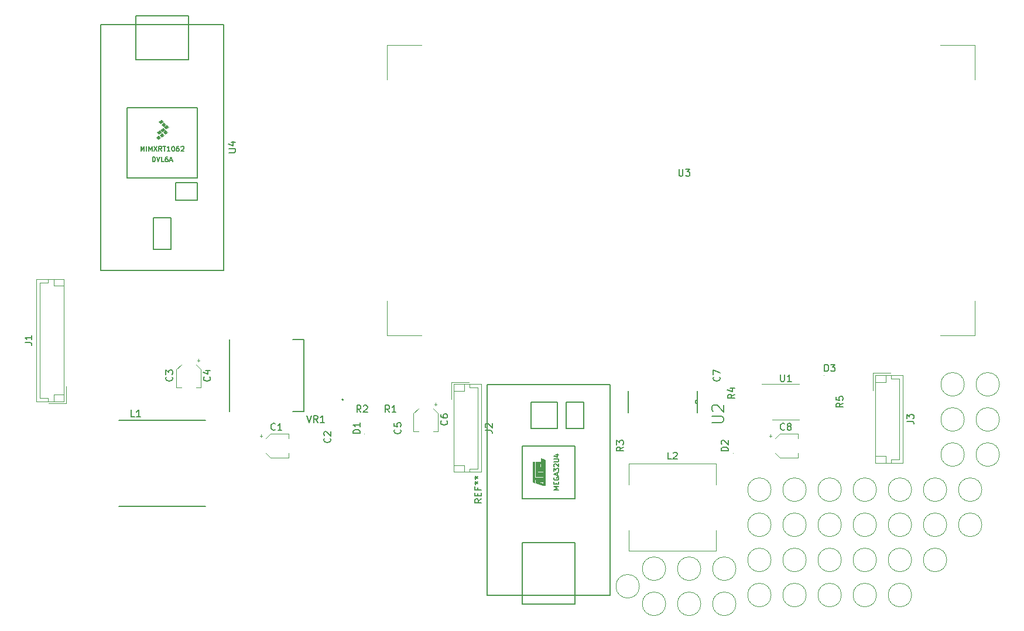
<source format=gbr>
%TF.GenerationSoftware,KiCad,Pcbnew,(5.1.10)-1*%
%TF.CreationDate,2021-10-04T16:47:09-07:00*%
%TF.ProjectId,VFD,5646442e-6b69-4636-9164-5f7063625858,rev?*%
%TF.SameCoordinates,Original*%
%TF.FileFunction,Legend,Top*%
%TF.FilePolarity,Positive*%
%FSLAX46Y46*%
G04 Gerber Fmt 4.6, Leading zero omitted, Abs format (unit mm)*
G04 Created by KiCad (PCBNEW (5.1.10)-1) date 2021-10-04 16:47:09*
%MOMM*%
%LPD*%
G01*
G04 APERTURE LIST*
%ADD10C,0.120000*%
%ADD11C,0.150000*%
%ADD12C,0.100000*%
%ADD13C,0.200000*%
%ADD14C,0.127000*%
%ADD15C,0.152400*%
G04 APERTURE END LIST*
D10*
%TO.C,*%
X121080000Y-133350000D02*
G75*
G03*
X121080000Y-133350000I-1700000J0D01*
G01*
X129970000Y-135890000D02*
G75*
G03*
X129970000Y-135890000I-1700000J0D01*
G01*
X124890000Y-135890000D02*
G75*
G03*
X124890000Y-135890000I-1700000J0D01*
G01*
X124890000Y-130810000D02*
G75*
G03*
X124890000Y-130810000I-1700000J0D01*
G01*
X129970000Y-130810000D02*
G75*
G03*
X129970000Y-130810000I-1700000J0D01*
G01*
X135050000Y-130810000D02*
G75*
G03*
X135050000Y-130810000I-1700000J0D01*
G01*
X135050000Y-135890000D02*
G75*
G03*
X135050000Y-135890000I-1700000J0D01*
G01*
X140130000Y-129540000D02*
G75*
G03*
X140130000Y-129540000I-1700000J0D01*
G01*
X140130000Y-124460000D02*
G75*
G03*
X140130000Y-124460000I-1700000J0D01*
G01*
X140130000Y-134620000D02*
G75*
G03*
X140130000Y-134620000I-1700000J0D01*
G01*
X145210000Y-134620000D02*
G75*
G03*
X145210000Y-134620000I-1700000J0D01*
G01*
X145210000Y-129540000D02*
G75*
G03*
X145210000Y-129540000I-1700000J0D01*
G01*
X145210000Y-124460000D02*
G75*
G03*
X145210000Y-124460000I-1700000J0D01*
G01*
X150290000Y-124460000D02*
G75*
G03*
X150290000Y-124460000I-1700000J0D01*
G01*
X150290000Y-129540000D02*
G75*
G03*
X150290000Y-129540000I-1700000J0D01*
G01*
X150290000Y-134620000D02*
G75*
G03*
X150290000Y-134620000I-1700000J0D01*
G01*
X155370000Y-134620000D02*
G75*
G03*
X155370000Y-134620000I-1700000J0D01*
G01*
X155370000Y-129540000D02*
G75*
G03*
X155370000Y-129540000I-1700000J0D01*
G01*
X155370000Y-124460000D02*
G75*
G03*
X155370000Y-124460000I-1700000J0D01*
G01*
X160450000Y-134620000D02*
G75*
G03*
X160450000Y-134620000I-1700000J0D01*
G01*
X160450000Y-129540000D02*
G75*
G03*
X160450000Y-129540000I-1700000J0D01*
G01*
X160450000Y-124460000D02*
G75*
G03*
X160450000Y-124460000I-1700000J0D01*
G01*
X173150000Y-104140000D02*
G75*
G03*
X173150000Y-104140000I-1700000J0D01*
G01*
X173150000Y-109220000D02*
G75*
G03*
X173150000Y-109220000I-1700000J0D01*
G01*
X173150000Y-114300000D02*
G75*
G03*
X173150000Y-114300000I-1700000J0D01*
G01*
X165530000Y-129540000D02*
G75*
G03*
X165530000Y-129540000I-1700000J0D01*
G01*
X165530000Y-124460000D02*
G75*
G03*
X165530000Y-124460000I-1700000J0D01*
G01*
X170610000Y-124460000D02*
G75*
G03*
X170610000Y-124460000I-1700000J0D01*
G01*
X168070000Y-104140000D02*
G75*
G03*
X168070000Y-104140000I-1700000J0D01*
G01*
X168070000Y-109220000D02*
G75*
G03*
X168070000Y-109220000I-1700000J0D01*
G01*
X168070000Y-114300000D02*
G75*
G03*
X168070000Y-114300000I-1700000J0D01*
G01*
X170610000Y-119380000D02*
G75*
G03*
X170610000Y-119380000I-1700000J0D01*
G01*
X165530000Y-119380000D02*
G75*
G03*
X165530000Y-119380000I-1700000J0D01*
G01*
X160450000Y-119380000D02*
G75*
G03*
X160450000Y-119380000I-1700000J0D01*
G01*
X155370000Y-119380000D02*
G75*
G03*
X155370000Y-119380000I-1700000J0D01*
G01*
X150290000Y-119380000D02*
G75*
G03*
X150290000Y-119380000I-1700000J0D01*
G01*
X145210000Y-119380000D02*
G75*
G03*
X145210000Y-119380000I-1700000J0D01*
G01*
X140130000Y-119380000D02*
G75*
G03*
X140130000Y-119380000I-1700000J0D01*
G01*
D11*
%TO.C,REF\u002A\u002A*%
X110490000Y-106680000D02*
X110490000Y-110490000D01*
X110490000Y-110490000D02*
X113030000Y-110490000D01*
X113030000Y-110490000D02*
X113030000Y-106680000D01*
X113030000Y-106680000D02*
X110490000Y-106680000D01*
X105410000Y-106680000D02*
X105410000Y-110490000D01*
X105410000Y-110490000D02*
X107950000Y-110490000D01*
X107950000Y-110490000D02*
X109220000Y-110490000D01*
X109220000Y-110490000D02*
X109220000Y-106680000D01*
X109220000Y-106680000D02*
X105410000Y-106680000D01*
X111760000Y-120650000D02*
X111760000Y-113030000D01*
X111760000Y-113030000D02*
X104140000Y-113030000D01*
X104140000Y-113030000D02*
X104140000Y-120650000D01*
X104140000Y-120650000D02*
X111760000Y-120650000D01*
X111760000Y-127000000D02*
X111760000Y-135890000D01*
X111760000Y-135890000D02*
X104140000Y-135890000D01*
X104140000Y-135890000D02*
X104140000Y-127000000D01*
X104140000Y-127000000D02*
X111760000Y-127000000D01*
X99060000Y-134620000D02*
X99060000Y-104140000D01*
X99060000Y-104140000D02*
X116840000Y-104140000D01*
X116840000Y-104140000D02*
X116840000Y-134620000D01*
X116840000Y-134620000D02*
X99060000Y-134620000D01*
D12*
G36*
X106045000Y-116332000D02*
G01*
X106045000Y-115697000D01*
X106299000Y-115697000D01*
X106299000Y-116078000D01*
X106426000Y-116078000D01*
X106426000Y-115697000D01*
X106680000Y-115697000D01*
X106680000Y-116078000D01*
X106807000Y-116078000D01*
X106807000Y-115697000D01*
X107061000Y-115697000D01*
X107061000Y-116332000D01*
X106045000Y-116332000D01*
G37*
X106045000Y-116332000D02*
X106045000Y-115697000D01*
X106299000Y-115697000D01*
X106299000Y-116078000D01*
X106426000Y-116078000D01*
X106426000Y-115697000D01*
X106680000Y-115697000D01*
X106680000Y-116078000D01*
X106807000Y-116078000D01*
X106807000Y-115697000D01*
X107061000Y-115697000D01*
X107061000Y-116332000D01*
X106045000Y-116332000D01*
G36*
X106045000Y-115570000D02*
G01*
X107061000Y-115570000D01*
X107061000Y-114935000D01*
X106807000Y-114808000D01*
X106807000Y-115316000D01*
X106045000Y-115316000D01*
X106045000Y-115570000D01*
G37*
X106045000Y-115570000D02*
X107061000Y-115570000D01*
X107061000Y-114935000D01*
X106807000Y-114808000D01*
X106807000Y-115316000D01*
X106045000Y-115316000D01*
X106045000Y-115570000D01*
G36*
X107061000Y-116459000D02*
G01*
X106045000Y-116459000D01*
X106045000Y-117475000D01*
X107061000Y-117475000D01*
X107061000Y-117221000D01*
X106299000Y-117221000D01*
X106299000Y-117094000D01*
X107061000Y-117094000D01*
X107061000Y-116840000D01*
X106299000Y-116840000D01*
X106299000Y-116713000D01*
X107061000Y-116713000D01*
X107061000Y-116459000D01*
G37*
X107061000Y-116459000D02*
X106045000Y-116459000D01*
X106045000Y-117475000D01*
X107061000Y-117475000D01*
X107061000Y-117221000D01*
X106299000Y-117221000D01*
X106299000Y-117094000D01*
X107061000Y-117094000D01*
X107061000Y-116840000D01*
X106299000Y-116840000D01*
X106299000Y-116713000D01*
X107061000Y-116713000D01*
X107061000Y-116459000D01*
G36*
X105918000Y-115316000D02*
G01*
X105918000Y-117602000D01*
X107061000Y-117602000D01*
X107061000Y-117856000D01*
X105918000Y-117856000D01*
X105918000Y-118364000D01*
X105664000Y-118237000D01*
X105664000Y-115316000D01*
X105918000Y-115316000D01*
G37*
X105918000Y-115316000D02*
X105918000Y-117602000D01*
X107061000Y-117602000D01*
X107061000Y-117856000D01*
X105918000Y-117856000D01*
X105918000Y-118364000D01*
X105664000Y-118237000D01*
X105664000Y-115316000D01*
X105918000Y-115316000D01*
G36*
X107061000Y-117983000D02*
G01*
X106045000Y-117983000D01*
X106045000Y-118364000D01*
X107061000Y-118745000D01*
X107061000Y-118491000D01*
X106299000Y-118237000D01*
X107061000Y-118237000D01*
X107061000Y-117983000D01*
G37*
X107061000Y-117983000D02*
X106045000Y-117983000D01*
X106045000Y-118364000D01*
X107061000Y-118745000D01*
X107061000Y-118491000D01*
X106299000Y-118237000D01*
X107061000Y-118237000D01*
X107061000Y-117983000D01*
G36*
X107188000Y-118745000D02*
G01*
X107188000Y-114935000D01*
X107442000Y-115062000D01*
X107442000Y-118745000D01*
X107188000Y-118745000D01*
G37*
X107188000Y-118745000D02*
X107188000Y-114935000D01*
X107442000Y-115062000D01*
X107442000Y-118745000D01*
X107188000Y-118745000D01*
D13*
%TO.C,VR1*%
X78250000Y-106370000D02*
G75*
G03*
X78250000Y-106370000I-100000J0D01*
G01*
D14*
X72555000Y-108050000D02*
X72555000Y-97690000D01*
X70950000Y-108050000D02*
X72555000Y-108050000D01*
X70950000Y-97690000D02*
X72555000Y-97690000D01*
X61800000Y-108050000D02*
X61800000Y-97690000D01*
D12*
%TO.C,U4*%
G36*
X51943000Y-65913000D02*
G01*
X52197000Y-66167000D01*
X51816000Y-66421000D01*
X51562000Y-66167000D01*
X51943000Y-65913000D01*
G37*
X51943000Y-65913000D02*
X52197000Y-66167000D01*
X51816000Y-66421000D01*
X51562000Y-66167000D01*
X51943000Y-65913000D01*
G36*
X52324000Y-66294000D02*
G01*
X52578000Y-66548000D01*
X52197000Y-66802000D01*
X51943000Y-66548000D01*
X52324000Y-66294000D01*
G37*
X52324000Y-66294000D02*
X52578000Y-66548000D01*
X52197000Y-66802000D01*
X51943000Y-66548000D01*
X52324000Y-66294000D01*
G36*
X51562000Y-68199000D02*
G01*
X51816000Y-68453000D01*
X51435000Y-68707000D01*
X51181000Y-68453000D01*
X51562000Y-68199000D01*
G37*
X51562000Y-68199000D02*
X51816000Y-68453000D01*
X51435000Y-68707000D01*
X51181000Y-68453000D01*
X51562000Y-68199000D01*
G36*
X52070000Y-67818000D02*
G01*
X52324000Y-68072000D01*
X51943000Y-68326000D01*
X51689000Y-68072000D01*
X52070000Y-67818000D01*
G37*
X52070000Y-67818000D02*
X52324000Y-68072000D01*
X51943000Y-68326000D01*
X51689000Y-68072000D01*
X52070000Y-67818000D01*
G36*
X52578000Y-67437000D02*
G01*
X52832000Y-67691000D01*
X52451000Y-67945000D01*
X52197000Y-67691000D01*
X52578000Y-67437000D01*
G37*
X52578000Y-67437000D02*
X52832000Y-67691000D01*
X52451000Y-67945000D01*
X52197000Y-67691000D01*
X52578000Y-67437000D01*
G36*
X51689000Y-67437000D02*
G01*
X51943000Y-67691000D01*
X51562000Y-67945000D01*
X51308000Y-67691000D01*
X51689000Y-67437000D01*
G37*
X51689000Y-67437000D02*
X51943000Y-67691000D01*
X51562000Y-67945000D01*
X51308000Y-67691000D01*
X51689000Y-67437000D01*
G36*
X52197000Y-67056000D02*
G01*
X52451000Y-67310000D01*
X52070000Y-67564000D01*
X51816000Y-67310000D01*
X52197000Y-67056000D01*
G37*
X52197000Y-67056000D02*
X52451000Y-67310000D01*
X52070000Y-67564000D01*
X51816000Y-67310000D01*
X52197000Y-67056000D01*
G36*
X52705000Y-66675000D02*
G01*
X52959000Y-66929000D01*
X52578000Y-67183000D01*
X52324000Y-66929000D01*
X52705000Y-66675000D01*
G37*
X52705000Y-66675000D02*
X52959000Y-66929000D01*
X52578000Y-67183000D01*
X52324000Y-66929000D01*
X52705000Y-66675000D01*
D11*
X53975000Y-74930000D02*
X57150000Y-74930000D01*
X53975000Y-77470000D02*
X53975000Y-74930000D01*
X57150000Y-77470000D02*
X53975000Y-77470000D01*
X57150000Y-74930000D02*
X57150000Y-77470000D01*
X43180000Y-52070000D02*
X60960000Y-52070000D01*
X43180000Y-87630000D02*
X43180000Y-52070000D01*
X60960000Y-87630000D02*
X43180000Y-87630000D01*
X60960000Y-52070000D02*
X60960000Y-87630000D01*
X46990000Y-74295000D02*
X46990000Y-64135000D01*
X57150000Y-74295000D02*
X57150000Y-64135000D01*
X57150000Y-64135000D02*
X46990000Y-64135000D01*
X46990000Y-74295000D02*
X57150000Y-74295000D01*
X53340000Y-80010000D02*
X53340000Y-84582000D01*
X50800000Y-80010000D02*
X53340000Y-80010000D01*
X50800000Y-84582000D02*
X50800000Y-80010000D01*
X53340000Y-84582000D02*
X50800000Y-84582000D01*
X48260000Y-57150000D02*
X48260000Y-52070000D01*
X55880000Y-57150000D02*
X55880000Y-52070000D01*
X48260000Y-57150000D02*
X55880000Y-57150000D01*
X55880000Y-50800000D02*
X55880000Y-52070000D01*
X48260000Y-50800000D02*
X55880000Y-50800000D01*
X48260000Y-52070000D02*
X48260000Y-50800000D01*
D10*
%TO.C,U3*%
X164560000Y-97060000D02*
X169560000Y-97060000D01*
X169560000Y-97060000D02*
X169560000Y-92060000D01*
X89560000Y-97060000D02*
X84560000Y-97060000D01*
X84560000Y-97060000D02*
X84560000Y-92060000D01*
X84560000Y-60060000D02*
X84560000Y-55060000D01*
X84560000Y-55060000D02*
X89560000Y-55060000D01*
X169560000Y-60060000D02*
X169560000Y-55060000D01*
X169560000Y-55060000D02*
X164560000Y-55060000D01*
D15*
%TO.C,U2*%
X129463800Y-106984800D02*
G75*
G02*
X129463800Y-106375200I0J304800D01*
G01*
X119456200Y-105105200D02*
X119456200Y-108254800D01*
X129463800Y-108254800D02*
X129463800Y-106984800D01*
X129463800Y-106984800D02*
X129463800Y-106375200D01*
X129463800Y-106375200D02*
X129463800Y-105105200D01*
D10*
%TO.C,U1*%
X142240000Y-109240000D02*
X144190000Y-109240000D01*
X142240000Y-109240000D02*
X140290000Y-109240000D01*
X142240000Y-104120000D02*
X144190000Y-104120000D01*
X142240000Y-104120000D02*
X138790000Y-104120000D01*
%TO.C,L2*%
X132160000Y-125220000D02*
X132160000Y-128220000D01*
X132160000Y-128220000D02*
X119560000Y-128220000D01*
X119560000Y-128220000D02*
X119560000Y-125220000D01*
X119560000Y-118620000D02*
X119560000Y-115620000D01*
X119560000Y-115620000D02*
X132160000Y-115620000D01*
X132160000Y-115620000D02*
X132160000Y-118620000D01*
D14*
%TO.C,L1*%
X45820000Y-121820000D02*
X58320000Y-121820000D01*
X58320000Y-109320000D02*
X45820000Y-109320000D01*
D10*
%TO.C,J3*%
X159190000Y-102800000D02*
X155170000Y-102800000D01*
X155170000Y-102800000D02*
X155170000Y-115520000D01*
X155170000Y-115520000D02*
X159190000Y-115520000D01*
X159190000Y-115520000D02*
X159190000Y-102800000D01*
X157480000Y-102800000D02*
X157480000Y-103300000D01*
X157480000Y-103300000D02*
X158690000Y-103300000D01*
X158690000Y-103300000D02*
X158690000Y-115020000D01*
X158690000Y-115020000D02*
X157480000Y-115020000D01*
X157480000Y-115020000D02*
X157480000Y-115520000D01*
X156670000Y-102800000D02*
X156670000Y-103800000D01*
X156670000Y-103800000D02*
X155170000Y-103800000D01*
X156670000Y-115520000D02*
X156670000Y-114520000D01*
X156670000Y-114520000D02*
X155170000Y-114520000D01*
X157370000Y-102500000D02*
X154870000Y-102500000D01*
X154870000Y-102500000D02*
X154870000Y-105000000D01*
%TO.C,J2*%
X98230000Y-104110000D02*
X94210000Y-104110000D01*
X94210000Y-104110000D02*
X94210000Y-116830000D01*
X94210000Y-116830000D02*
X98230000Y-116830000D01*
X98230000Y-116830000D02*
X98230000Y-104110000D01*
X96520000Y-104110000D02*
X96520000Y-104610000D01*
X96520000Y-104610000D02*
X97730000Y-104610000D01*
X97730000Y-104610000D02*
X97730000Y-116330000D01*
X97730000Y-116330000D02*
X96520000Y-116330000D01*
X96520000Y-116330000D02*
X96520000Y-116830000D01*
X95710000Y-104110000D02*
X95710000Y-105110000D01*
X95710000Y-105110000D02*
X94210000Y-105110000D01*
X95710000Y-116830000D02*
X95710000Y-115830000D01*
X95710000Y-115830000D02*
X94210000Y-115830000D01*
X96410000Y-103810000D02*
X93910000Y-103810000D01*
X93910000Y-103810000D02*
X93910000Y-106310000D01*
%TO.C,J1*%
X33850000Y-106630000D02*
X37870000Y-106630000D01*
X37870000Y-106630000D02*
X37870000Y-88910000D01*
X37870000Y-88910000D02*
X33850000Y-88910000D01*
X33850000Y-88910000D02*
X33850000Y-106630000D01*
X35560000Y-106630000D02*
X35560000Y-106130000D01*
X35560000Y-106130000D02*
X34350000Y-106130000D01*
X34350000Y-106130000D02*
X34350000Y-89410000D01*
X34350000Y-89410000D02*
X35560000Y-89410000D01*
X35560000Y-89410000D02*
X35560000Y-88910000D01*
X36370000Y-106630000D02*
X36370000Y-105630000D01*
X36370000Y-105630000D02*
X37870000Y-105630000D01*
X36370000Y-88910000D02*
X36370000Y-89910000D01*
X36370000Y-89910000D02*
X37870000Y-89910000D01*
X35670000Y-106930000D02*
X38170000Y-106930000D01*
X38170000Y-106930000D02*
X38170000Y-104430000D01*
D12*
%TO.C,D3*%
X147780000Y-102870000D02*
G75*
G03*
X147780000Y-102870000I-50000J0D01*
G01*
%TO.C,D2*%
X134670000Y-114120000D02*
G75*
G03*
X134670000Y-114120000I-50000J0D01*
G01*
%TO.C,D1*%
X81330000Y-111350000D02*
G75*
G03*
X81330000Y-111350000I-50000J0D01*
G01*
D10*
%TO.C,C8*%
X144000000Y-114790000D02*
X144000000Y-114090000D01*
X144000000Y-111270000D02*
X144000000Y-111970000D01*
X141369437Y-111270000D02*
X144000000Y-111270000D01*
X141369437Y-114790000D02*
X144000000Y-114790000D01*
X140669437Y-111970000D02*
X141369437Y-111270000D01*
X140669437Y-114090000D02*
X141369437Y-114790000D01*
X139865000Y-111595000D02*
X140240000Y-111595000D01*
X140052500Y-111407500D02*
X140052500Y-111782500D01*
%TO.C,C6*%
X88410000Y-110980000D02*
X89110000Y-110980000D01*
X91930000Y-110980000D02*
X91230000Y-110980000D01*
X91930000Y-108349437D02*
X91930000Y-110980000D01*
X88410000Y-108349437D02*
X88410000Y-110980000D01*
X91230000Y-107649437D02*
X91930000Y-108349437D01*
X89110000Y-107649437D02*
X88410000Y-108349437D01*
X91605000Y-106845000D02*
X91605000Y-107220000D01*
X91792500Y-107032500D02*
X91417500Y-107032500D01*
%TO.C,C4*%
X54120000Y-104630000D02*
X54820000Y-104630000D01*
X57640000Y-104630000D02*
X56940000Y-104630000D01*
X57640000Y-101999437D02*
X57640000Y-104630000D01*
X54120000Y-101999437D02*
X54120000Y-104630000D01*
X56940000Y-101299437D02*
X57640000Y-101999437D01*
X54820000Y-101299437D02*
X54120000Y-101999437D01*
X57315000Y-100495000D02*
X57315000Y-100870000D01*
X57502500Y-100682500D02*
X57127500Y-100682500D01*
%TO.C,C1*%
X70340000Y-114790000D02*
X70340000Y-114090000D01*
X70340000Y-111270000D02*
X70340000Y-111970000D01*
X67709437Y-111270000D02*
X70340000Y-111270000D01*
X67709437Y-114790000D02*
X70340000Y-114790000D01*
X67009437Y-111970000D02*
X67709437Y-111270000D01*
X67009437Y-114090000D02*
X67709437Y-114790000D01*
X66205000Y-111595000D02*
X66580000Y-111595000D01*
X66392500Y-111407500D02*
X66392500Y-111782500D01*
%TO.C,*%
D11*
%TO.C,REF\u002A\u002A*%
X98242380Y-120713333D02*
X97766190Y-121046666D01*
X98242380Y-121284761D02*
X97242380Y-121284761D01*
X97242380Y-120903809D01*
X97290000Y-120808571D01*
X97337619Y-120760952D01*
X97432857Y-120713333D01*
X97575714Y-120713333D01*
X97670952Y-120760952D01*
X97718571Y-120808571D01*
X97766190Y-120903809D01*
X97766190Y-121284761D01*
X97718571Y-120284761D02*
X97718571Y-119951428D01*
X98242380Y-119808571D02*
X98242380Y-120284761D01*
X97242380Y-120284761D01*
X97242380Y-119808571D01*
X97718571Y-119046666D02*
X97718571Y-119380000D01*
X98242380Y-119380000D02*
X97242380Y-119380000D01*
X97242380Y-118903809D01*
X97242380Y-118380000D02*
X97480476Y-118380000D01*
X97385238Y-118618095D02*
X97480476Y-118380000D01*
X97385238Y-118141904D01*
X97670952Y-118522857D02*
X97480476Y-118380000D01*
X97670952Y-118237142D01*
X97242380Y-117618095D02*
X97480476Y-117618095D01*
X97385238Y-117856190D02*
X97480476Y-117618095D01*
X97385238Y-117380000D01*
X97670952Y-117760952D02*
X97480476Y-117618095D01*
X97670952Y-117475238D01*
X109409666Y-119406666D02*
X108709666Y-119406666D01*
X109209666Y-119173333D01*
X108709666Y-118940000D01*
X109409666Y-118940000D01*
X109043000Y-118606666D02*
X109043000Y-118373333D01*
X109409666Y-118273333D02*
X109409666Y-118606666D01*
X108709666Y-118606666D01*
X108709666Y-118273333D01*
X108743000Y-117606666D02*
X108709666Y-117673333D01*
X108709666Y-117773333D01*
X108743000Y-117873333D01*
X108809666Y-117940000D01*
X108876333Y-117973333D01*
X109009666Y-118006666D01*
X109109666Y-118006666D01*
X109243000Y-117973333D01*
X109309666Y-117940000D01*
X109376333Y-117873333D01*
X109409666Y-117773333D01*
X109409666Y-117706666D01*
X109376333Y-117606666D01*
X109343000Y-117573333D01*
X109109666Y-117573333D01*
X109109666Y-117706666D01*
X109209666Y-117306666D02*
X109209666Y-116973333D01*
X109409666Y-117373333D02*
X108709666Y-117140000D01*
X109409666Y-116906666D01*
X108709666Y-116740000D02*
X108709666Y-116306666D01*
X108976333Y-116540000D01*
X108976333Y-116440000D01*
X109009666Y-116373333D01*
X109043000Y-116340000D01*
X109109666Y-116306666D01*
X109276333Y-116306666D01*
X109343000Y-116340000D01*
X109376333Y-116373333D01*
X109409666Y-116440000D01*
X109409666Y-116640000D01*
X109376333Y-116706666D01*
X109343000Y-116740000D01*
X108776333Y-116040000D02*
X108743000Y-116006666D01*
X108709666Y-115940000D01*
X108709666Y-115773333D01*
X108743000Y-115706666D01*
X108776333Y-115673333D01*
X108843000Y-115640000D01*
X108909666Y-115640000D01*
X109009666Y-115673333D01*
X109409666Y-116073333D01*
X109409666Y-115640000D01*
X108709666Y-115340000D02*
X109276333Y-115340000D01*
X109343000Y-115306666D01*
X109376333Y-115273333D01*
X109409666Y-115206666D01*
X109409666Y-115073333D01*
X109376333Y-115006666D01*
X109343000Y-114973333D01*
X109276333Y-114940000D01*
X108709666Y-114940000D01*
X108943000Y-114306666D02*
X109409666Y-114306666D01*
X108676333Y-114473333D02*
X109176333Y-114640000D01*
X109176333Y-114206666D01*
%TO.C,VR1*%
X72985476Y-108672380D02*
X73318809Y-109672380D01*
X73652142Y-108672380D01*
X74556904Y-109672380D02*
X74223571Y-109196190D01*
X73985476Y-109672380D02*
X73985476Y-108672380D01*
X74366428Y-108672380D01*
X74461666Y-108720000D01*
X74509285Y-108767619D01*
X74556904Y-108862857D01*
X74556904Y-109005714D01*
X74509285Y-109100952D01*
X74461666Y-109148571D01*
X74366428Y-109196190D01*
X73985476Y-109196190D01*
X75509285Y-109672380D02*
X74937857Y-109672380D01*
X75223571Y-109672380D02*
X75223571Y-108672380D01*
X75128333Y-108815238D01*
X75033095Y-108910476D01*
X74937857Y-108958095D01*
%TO.C,U4*%
X61682380Y-70611904D02*
X62491904Y-70611904D01*
X62587142Y-70564285D01*
X62634761Y-70516666D01*
X62682380Y-70421428D01*
X62682380Y-70230952D01*
X62634761Y-70135714D01*
X62587142Y-70088095D01*
X62491904Y-70040476D01*
X61682380Y-70040476D01*
X62015714Y-69135714D02*
X62682380Y-69135714D01*
X61634761Y-69373809D02*
X62349047Y-69611904D01*
X62349047Y-68992857D01*
X50670000Y-71944666D02*
X50670000Y-71244666D01*
X50836666Y-71244666D01*
X50936666Y-71278000D01*
X51003333Y-71344666D01*
X51036666Y-71411333D01*
X51070000Y-71544666D01*
X51070000Y-71644666D01*
X51036666Y-71778000D01*
X51003333Y-71844666D01*
X50936666Y-71911333D01*
X50836666Y-71944666D01*
X50670000Y-71944666D01*
X51270000Y-71244666D02*
X51503333Y-71944666D01*
X51736666Y-71244666D01*
X52303333Y-71944666D02*
X51970000Y-71944666D01*
X51970000Y-71244666D01*
X52836666Y-71244666D02*
X52703333Y-71244666D01*
X52636666Y-71278000D01*
X52603333Y-71311333D01*
X52536666Y-71411333D01*
X52503333Y-71544666D01*
X52503333Y-71811333D01*
X52536666Y-71878000D01*
X52570000Y-71911333D01*
X52636666Y-71944666D01*
X52770000Y-71944666D01*
X52836666Y-71911333D01*
X52870000Y-71878000D01*
X52903333Y-71811333D01*
X52903333Y-71644666D01*
X52870000Y-71578000D01*
X52836666Y-71544666D01*
X52770000Y-71511333D01*
X52636666Y-71511333D01*
X52570000Y-71544666D01*
X52536666Y-71578000D01*
X52503333Y-71644666D01*
X53170000Y-71744666D02*
X53503333Y-71744666D01*
X53103333Y-71944666D02*
X53336666Y-71244666D01*
X53570000Y-71944666D01*
X48986666Y-70420666D02*
X48986666Y-69720666D01*
X49220000Y-70220666D01*
X49453333Y-69720666D01*
X49453333Y-70420666D01*
X49786666Y-70420666D02*
X49786666Y-69720666D01*
X50120000Y-70420666D02*
X50120000Y-69720666D01*
X50353333Y-70220666D01*
X50586666Y-69720666D01*
X50586666Y-70420666D01*
X50853333Y-69720666D02*
X51320000Y-70420666D01*
X51320000Y-69720666D02*
X50853333Y-70420666D01*
X51986666Y-70420666D02*
X51753333Y-70087333D01*
X51586666Y-70420666D02*
X51586666Y-69720666D01*
X51853333Y-69720666D01*
X51920000Y-69754000D01*
X51953333Y-69787333D01*
X51986666Y-69854000D01*
X51986666Y-69954000D01*
X51953333Y-70020666D01*
X51920000Y-70054000D01*
X51853333Y-70087333D01*
X51586666Y-70087333D01*
X52186666Y-69720666D02*
X52586666Y-69720666D01*
X52386666Y-70420666D02*
X52386666Y-69720666D01*
X53186666Y-70420666D02*
X52786666Y-70420666D01*
X52986666Y-70420666D02*
X52986666Y-69720666D01*
X52920000Y-69820666D01*
X52853333Y-69887333D01*
X52786666Y-69920666D01*
X53620000Y-69720666D02*
X53686666Y-69720666D01*
X53753333Y-69754000D01*
X53786666Y-69787333D01*
X53820000Y-69854000D01*
X53853333Y-69987333D01*
X53853333Y-70154000D01*
X53820000Y-70287333D01*
X53786666Y-70354000D01*
X53753333Y-70387333D01*
X53686666Y-70420666D01*
X53620000Y-70420666D01*
X53553333Y-70387333D01*
X53520000Y-70354000D01*
X53486666Y-70287333D01*
X53453333Y-70154000D01*
X53453333Y-69987333D01*
X53486666Y-69854000D01*
X53520000Y-69787333D01*
X53553333Y-69754000D01*
X53620000Y-69720666D01*
X54453333Y-69720666D02*
X54320000Y-69720666D01*
X54253333Y-69754000D01*
X54220000Y-69787333D01*
X54153333Y-69887333D01*
X54120000Y-70020666D01*
X54120000Y-70287333D01*
X54153333Y-70354000D01*
X54186666Y-70387333D01*
X54253333Y-70420666D01*
X54386666Y-70420666D01*
X54453333Y-70387333D01*
X54486666Y-70354000D01*
X54520000Y-70287333D01*
X54520000Y-70120666D01*
X54486666Y-70054000D01*
X54453333Y-70020666D01*
X54386666Y-69987333D01*
X54253333Y-69987333D01*
X54186666Y-70020666D01*
X54153333Y-70054000D01*
X54120000Y-70120666D01*
X54786666Y-69787333D02*
X54820000Y-69754000D01*
X54886666Y-69720666D01*
X55053333Y-69720666D01*
X55120000Y-69754000D01*
X55153333Y-69787333D01*
X55186666Y-69854000D01*
X55186666Y-69920666D01*
X55153333Y-70020666D01*
X54753333Y-70420666D01*
X55186666Y-70420666D01*
%TO.C,U3*%
X126798095Y-73012380D02*
X126798095Y-73821904D01*
X126845714Y-73917142D01*
X126893333Y-73964761D01*
X126988571Y-74012380D01*
X127179047Y-74012380D01*
X127274285Y-73964761D01*
X127321904Y-73917142D01*
X127369523Y-73821904D01*
X127369523Y-73012380D01*
X127750476Y-73012380D02*
X128369523Y-73012380D01*
X128036190Y-73393333D01*
X128179047Y-73393333D01*
X128274285Y-73440952D01*
X128321904Y-73488571D01*
X128369523Y-73583809D01*
X128369523Y-73821904D01*
X128321904Y-73917142D01*
X128274285Y-73964761D01*
X128179047Y-74012380D01*
X127893333Y-74012380D01*
X127798095Y-73964761D01*
X127750476Y-73917142D01*
%TO.C,U2*%
X131599203Y-109686701D02*
X132928849Y-109686701D01*
X133085278Y-109608487D01*
X133163493Y-109530272D01*
X133241707Y-109373843D01*
X133241707Y-109060985D01*
X133163493Y-108904556D01*
X133085278Y-108826342D01*
X132928849Y-108748127D01*
X131599203Y-108748127D01*
X131755632Y-108044197D02*
X131677418Y-107965983D01*
X131599203Y-107809554D01*
X131599203Y-107418481D01*
X131677418Y-107262052D01*
X131755632Y-107183838D01*
X131912061Y-107105623D01*
X132068490Y-107105623D01*
X132303133Y-107183838D01*
X133241707Y-108122412D01*
X133241707Y-107105623D01*
%TO.C,U1*%
X141478095Y-102732380D02*
X141478095Y-103541904D01*
X141525714Y-103637142D01*
X141573333Y-103684761D01*
X141668571Y-103732380D01*
X141859047Y-103732380D01*
X141954285Y-103684761D01*
X142001904Y-103637142D01*
X142049523Y-103541904D01*
X142049523Y-102732380D01*
X143049523Y-103732380D02*
X142478095Y-103732380D01*
X142763809Y-103732380D02*
X142763809Y-102732380D01*
X142668571Y-102875238D01*
X142573333Y-102970476D01*
X142478095Y-103018095D01*
%TO.C,R5*%
X150532380Y-106846666D02*
X150056190Y-107180000D01*
X150532380Y-107418095D02*
X149532380Y-107418095D01*
X149532380Y-107037142D01*
X149580000Y-106941904D01*
X149627619Y-106894285D01*
X149722857Y-106846666D01*
X149865714Y-106846666D01*
X149960952Y-106894285D01*
X150008571Y-106941904D01*
X150056190Y-107037142D01*
X150056190Y-107418095D01*
X149532380Y-105941904D02*
X149532380Y-106418095D01*
X150008571Y-106465714D01*
X149960952Y-106418095D01*
X149913333Y-106322857D01*
X149913333Y-106084761D01*
X149960952Y-105989523D01*
X150008571Y-105941904D01*
X150103809Y-105894285D01*
X150341904Y-105894285D01*
X150437142Y-105941904D01*
X150484761Y-105989523D01*
X150532380Y-106084761D01*
X150532380Y-106322857D01*
X150484761Y-106418095D01*
X150437142Y-106465714D01*
%TO.C,R4*%
X134852380Y-105576666D02*
X134376190Y-105910000D01*
X134852380Y-106148095D02*
X133852380Y-106148095D01*
X133852380Y-105767142D01*
X133900000Y-105671904D01*
X133947619Y-105624285D01*
X134042857Y-105576666D01*
X134185714Y-105576666D01*
X134280952Y-105624285D01*
X134328571Y-105671904D01*
X134376190Y-105767142D01*
X134376190Y-106148095D01*
X134185714Y-104719523D02*
X134852380Y-104719523D01*
X133804761Y-104957619D02*
X134519047Y-105195714D01*
X134519047Y-104576666D01*
%TO.C,R3*%
X118782380Y-113196666D02*
X118306190Y-113530000D01*
X118782380Y-113768095D02*
X117782380Y-113768095D01*
X117782380Y-113387142D01*
X117830000Y-113291904D01*
X117877619Y-113244285D01*
X117972857Y-113196666D01*
X118115714Y-113196666D01*
X118210952Y-113244285D01*
X118258571Y-113291904D01*
X118306190Y-113387142D01*
X118306190Y-113768095D01*
X117782380Y-112863333D02*
X117782380Y-112244285D01*
X118163333Y-112577619D01*
X118163333Y-112434761D01*
X118210952Y-112339523D01*
X118258571Y-112291904D01*
X118353809Y-112244285D01*
X118591904Y-112244285D01*
X118687142Y-112291904D01*
X118734761Y-112339523D01*
X118782380Y-112434761D01*
X118782380Y-112720476D01*
X118734761Y-112815714D01*
X118687142Y-112863333D01*
%TO.C,R2*%
X80793333Y-108182380D02*
X80460000Y-107706190D01*
X80221904Y-108182380D02*
X80221904Y-107182380D01*
X80602857Y-107182380D01*
X80698095Y-107230000D01*
X80745714Y-107277619D01*
X80793333Y-107372857D01*
X80793333Y-107515714D01*
X80745714Y-107610952D01*
X80698095Y-107658571D01*
X80602857Y-107706190D01*
X80221904Y-107706190D01*
X81174285Y-107277619D02*
X81221904Y-107230000D01*
X81317142Y-107182380D01*
X81555238Y-107182380D01*
X81650476Y-107230000D01*
X81698095Y-107277619D01*
X81745714Y-107372857D01*
X81745714Y-107468095D01*
X81698095Y-107610952D01*
X81126666Y-108182380D01*
X81745714Y-108182380D01*
%TO.C,R1*%
X84923333Y-108182380D02*
X84590000Y-107706190D01*
X84351904Y-108182380D02*
X84351904Y-107182380D01*
X84732857Y-107182380D01*
X84828095Y-107230000D01*
X84875714Y-107277619D01*
X84923333Y-107372857D01*
X84923333Y-107515714D01*
X84875714Y-107610952D01*
X84828095Y-107658571D01*
X84732857Y-107706190D01*
X84351904Y-107706190D01*
X85875714Y-108182380D02*
X85304285Y-108182380D01*
X85590000Y-108182380D02*
X85590000Y-107182380D01*
X85494761Y-107325238D01*
X85399523Y-107420476D01*
X85304285Y-107468095D01*
%TO.C,L2*%
X125693333Y-114972380D02*
X125217142Y-114972380D01*
X125217142Y-113972380D01*
X125979047Y-114067619D02*
X126026666Y-114020000D01*
X126121904Y-113972380D01*
X126360000Y-113972380D01*
X126455238Y-114020000D01*
X126502857Y-114067619D01*
X126550476Y-114162857D01*
X126550476Y-114258095D01*
X126502857Y-114400952D01*
X125931428Y-114972380D01*
X126550476Y-114972380D01*
%TO.C,L1*%
X48063764Y-108862973D02*
X47585833Y-108862973D01*
X47585833Y-107859319D01*
X48924039Y-108862973D02*
X48350522Y-108862973D01*
X48637280Y-108862973D02*
X48637280Y-107859319D01*
X48541694Y-108002699D01*
X48446108Y-108098285D01*
X48350522Y-108146078D01*
%TO.C,J3*%
X159732380Y-109493333D02*
X160446666Y-109493333D01*
X160589523Y-109540952D01*
X160684761Y-109636190D01*
X160732380Y-109779047D01*
X160732380Y-109874285D01*
X159732380Y-109112380D02*
X159732380Y-108493333D01*
X160113333Y-108826666D01*
X160113333Y-108683809D01*
X160160952Y-108588571D01*
X160208571Y-108540952D01*
X160303809Y-108493333D01*
X160541904Y-108493333D01*
X160637142Y-108540952D01*
X160684761Y-108588571D01*
X160732380Y-108683809D01*
X160732380Y-108969523D01*
X160684761Y-109064761D01*
X160637142Y-109112380D01*
%TO.C,J2*%
X98772380Y-110803333D02*
X99486666Y-110803333D01*
X99629523Y-110850952D01*
X99724761Y-110946190D01*
X99772380Y-111089047D01*
X99772380Y-111184285D01*
X98867619Y-110374761D02*
X98820000Y-110327142D01*
X98772380Y-110231904D01*
X98772380Y-109993809D01*
X98820000Y-109898571D01*
X98867619Y-109850952D01*
X98962857Y-109803333D01*
X99058095Y-109803333D01*
X99200952Y-109850952D01*
X99772380Y-110422380D01*
X99772380Y-109803333D01*
%TO.C,J1*%
X32212380Y-98103333D02*
X32926666Y-98103333D01*
X33069523Y-98150952D01*
X33164761Y-98246190D01*
X33212380Y-98389047D01*
X33212380Y-98484285D01*
X33212380Y-97103333D02*
X33212380Y-97674761D01*
X33212380Y-97389047D02*
X32212380Y-97389047D01*
X32355238Y-97484285D01*
X32450476Y-97579523D01*
X32498095Y-97674761D01*
%TO.C,D3*%
X147851904Y-102272380D02*
X147851904Y-101272380D01*
X148090000Y-101272380D01*
X148232857Y-101320000D01*
X148328095Y-101415238D01*
X148375714Y-101510476D01*
X148423333Y-101700952D01*
X148423333Y-101843809D01*
X148375714Y-102034285D01*
X148328095Y-102129523D01*
X148232857Y-102224761D01*
X148090000Y-102272380D01*
X147851904Y-102272380D01*
X148756666Y-101272380D02*
X149375714Y-101272380D01*
X149042380Y-101653333D01*
X149185238Y-101653333D01*
X149280476Y-101700952D01*
X149328095Y-101748571D01*
X149375714Y-101843809D01*
X149375714Y-102081904D01*
X149328095Y-102177142D01*
X149280476Y-102224761D01*
X149185238Y-102272380D01*
X148899523Y-102272380D01*
X148804285Y-102224761D01*
X148756666Y-102177142D01*
%TO.C,D2*%
X133902380Y-113768095D02*
X132902380Y-113768095D01*
X132902380Y-113530000D01*
X132950000Y-113387142D01*
X133045238Y-113291904D01*
X133140476Y-113244285D01*
X133330952Y-113196666D01*
X133473809Y-113196666D01*
X133664285Y-113244285D01*
X133759523Y-113291904D01*
X133854761Y-113387142D01*
X133902380Y-113530000D01*
X133902380Y-113768095D01*
X132997619Y-112815714D02*
X132950000Y-112768095D01*
X132902380Y-112672857D01*
X132902380Y-112434761D01*
X132950000Y-112339523D01*
X132997619Y-112291904D01*
X133092857Y-112244285D01*
X133188095Y-112244285D01*
X133330952Y-112291904D01*
X133902380Y-112863333D01*
X133902380Y-112244285D01*
%TO.C,D1*%
X80682380Y-111228095D02*
X79682380Y-111228095D01*
X79682380Y-110990000D01*
X79730000Y-110847142D01*
X79825238Y-110751904D01*
X79920476Y-110704285D01*
X80110952Y-110656666D01*
X80253809Y-110656666D01*
X80444285Y-110704285D01*
X80539523Y-110751904D01*
X80634761Y-110847142D01*
X80682380Y-110990000D01*
X80682380Y-111228095D01*
X80682380Y-109704285D02*
X80682380Y-110275714D01*
X80682380Y-109990000D02*
X79682380Y-109990000D01*
X79825238Y-110085238D01*
X79920476Y-110180476D01*
X79968095Y-110275714D01*
%TO.C,C8*%
X142073333Y-110687142D02*
X142025714Y-110734761D01*
X141882857Y-110782380D01*
X141787619Y-110782380D01*
X141644761Y-110734761D01*
X141549523Y-110639523D01*
X141501904Y-110544285D01*
X141454285Y-110353809D01*
X141454285Y-110210952D01*
X141501904Y-110020476D01*
X141549523Y-109925238D01*
X141644761Y-109830000D01*
X141787619Y-109782380D01*
X141882857Y-109782380D01*
X142025714Y-109830000D01*
X142073333Y-109877619D01*
X142644761Y-110210952D02*
X142549523Y-110163333D01*
X142501904Y-110115714D01*
X142454285Y-110020476D01*
X142454285Y-109972857D01*
X142501904Y-109877619D01*
X142549523Y-109830000D01*
X142644761Y-109782380D01*
X142835238Y-109782380D01*
X142930476Y-109830000D01*
X142978095Y-109877619D01*
X143025714Y-109972857D01*
X143025714Y-110020476D01*
X142978095Y-110115714D01*
X142930476Y-110163333D01*
X142835238Y-110210952D01*
X142644761Y-110210952D01*
X142549523Y-110258571D01*
X142501904Y-110306190D01*
X142454285Y-110401428D01*
X142454285Y-110591904D01*
X142501904Y-110687142D01*
X142549523Y-110734761D01*
X142644761Y-110782380D01*
X142835238Y-110782380D01*
X142930476Y-110734761D01*
X142978095Y-110687142D01*
X143025714Y-110591904D01*
X143025714Y-110401428D01*
X142978095Y-110306190D01*
X142930476Y-110258571D01*
X142835238Y-110210952D01*
%TO.C,C7*%
X132657142Y-103036666D02*
X132704761Y-103084285D01*
X132752380Y-103227142D01*
X132752380Y-103322380D01*
X132704761Y-103465238D01*
X132609523Y-103560476D01*
X132514285Y-103608095D01*
X132323809Y-103655714D01*
X132180952Y-103655714D01*
X131990476Y-103608095D01*
X131895238Y-103560476D01*
X131800000Y-103465238D01*
X131752380Y-103322380D01*
X131752380Y-103227142D01*
X131800000Y-103084285D01*
X131847619Y-103036666D01*
X131752380Y-102703333D02*
X131752380Y-102036666D01*
X132752380Y-102465238D01*
%TO.C,C6*%
X93227142Y-109386666D02*
X93274761Y-109434285D01*
X93322380Y-109577142D01*
X93322380Y-109672380D01*
X93274761Y-109815238D01*
X93179523Y-109910476D01*
X93084285Y-109958095D01*
X92893809Y-110005714D01*
X92750952Y-110005714D01*
X92560476Y-109958095D01*
X92465238Y-109910476D01*
X92370000Y-109815238D01*
X92322380Y-109672380D01*
X92322380Y-109577142D01*
X92370000Y-109434285D01*
X92417619Y-109386666D01*
X92322380Y-108529523D02*
X92322380Y-108720000D01*
X92370000Y-108815238D01*
X92417619Y-108862857D01*
X92560476Y-108958095D01*
X92750952Y-109005714D01*
X93131904Y-109005714D01*
X93227142Y-108958095D01*
X93274761Y-108910476D01*
X93322380Y-108815238D01*
X93322380Y-108624761D01*
X93274761Y-108529523D01*
X93227142Y-108481904D01*
X93131904Y-108434285D01*
X92893809Y-108434285D01*
X92798571Y-108481904D01*
X92750952Y-108529523D01*
X92703333Y-108624761D01*
X92703333Y-108815238D01*
X92750952Y-108910476D01*
X92798571Y-108958095D01*
X92893809Y-109005714D01*
%TO.C,C5*%
X86497142Y-110656666D02*
X86544761Y-110704285D01*
X86592380Y-110847142D01*
X86592380Y-110942380D01*
X86544761Y-111085238D01*
X86449523Y-111180476D01*
X86354285Y-111228095D01*
X86163809Y-111275714D01*
X86020952Y-111275714D01*
X85830476Y-111228095D01*
X85735238Y-111180476D01*
X85640000Y-111085238D01*
X85592380Y-110942380D01*
X85592380Y-110847142D01*
X85640000Y-110704285D01*
X85687619Y-110656666D01*
X85592380Y-109751904D02*
X85592380Y-110228095D01*
X86068571Y-110275714D01*
X86020952Y-110228095D01*
X85973333Y-110132857D01*
X85973333Y-109894761D01*
X86020952Y-109799523D01*
X86068571Y-109751904D01*
X86163809Y-109704285D01*
X86401904Y-109704285D01*
X86497142Y-109751904D01*
X86544761Y-109799523D01*
X86592380Y-109894761D01*
X86592380Y-110132857D01*
X86544761Y-110228095D01*
X86497142Y-110275714D01*
%TO.C,C4*%
X58937142Y-103036666D02*
X58984761Y-103084285D01*
X59032380Y-103227142D01*
X59032380Y-103322380D01*
X58984761Y-103465238D01*
X58889523Y-103560476D01*
X58794285Y-103608095D01*
X58603809Y-103655714D01*
X58460952Y-103655714D01*
X58270476Y-103608095D01*
X58175238Y-103560476D01*
X58080000Y-103465238D01*
X58032380Y-103322380D01*
X58032380Y-103227142D01*
X58080000Y-103084285D01*
X58127619Y-103036666D01*
X58365714Y-102179523D02*
X59032380Y-102179523D01*
X57984761Y-102417619D02*
X58699047Y-102655714D01*
X58699047Y-102036666D01*
%TO.C,C3*%
X53477142Y-103036666D02*
X53524761Y-103084285D01*
X53572380Y-103227142D01*
X53572380Y-103322380D01*
X53524761Y-103465238D01*
X53429523Y-103560476D01*
X53334285Y-103608095D01*
X53143809Y-103655714D01*
X53000952Y-103655714D01*
X52810476Y-103608095D01*
X52715238Y-103560476D01*
X52620000Y-103465238D01*
X52572380Y-103322380D01*
X52572380Y-103227142D01*
X52620000Y-103084285D01*
X52667619Y-103036666D01*
X52572380Y-102703333D02*
X52572380Y-102084285D01*
X52953333Y-102417619D01*
X52953333Y-102274761D01*
X53000952Y-102179523D01*
X53048571Y-102131904D01*
X53143809Y-102084285D01*
X53381904Y-102084285D01*
X53477142Y-102131904D01*
X53524761Y-102179523D01*
X53572380Y-102274761D01*
X53572380Y-102560476D01*
X53524761Y-102655714D01*
X53477142Y-102703333D01*
%TO.C,C2*%
X76337142Y-111926666D02*
X76384761Y-111974285D01*
X76432380Y-112117142D01*
X76432380Y-112212380D01*
X76384761Y-112355238D01*
X76289523Y-112450476D01*
X76194285Y-112498095D01*
X76003809Y-112545714D01*
X75860952Y-112545714D01*
X75670476Y-112498095D01*
X75575238Y-112450476D01*
X75480000Y-112355238D01*
X75432380Y-112212380D01*
X75432380Y-112117142D01*
X75480000Y-111974285D01*
X75527619Y-111926666D01*
X75527619Y-111545714D02*
X75480000Y-111498095D01*
X75432380Y-111402857D01*
X75432380Y-111164761D01*
X75480000Y-111069523D01*
X75527619Y-111021904D01*
X75622857Y-110974285D01*
X75718095Y-110974285D01*
X75860952Y-111021904D01*
X76432380Y-111593333D01*
X76432380Y-110974285D01*
%TO.C,C1*%
X68413333Y-110687142D02*
X68365714Y-110734761D01*
X68222857Y-110782380D01*
X68127619Y-110782380D01*
X67984761Y-110734761D01*
X67889523Y-110639523D01*
X67841904Y-110544285D01*
X67794285Y-110353809D01*
X67794285Y-110210952D01*
X67841904Y-110020476D01*
X67889523Y-109925238D01*
X67984761Y-109830000D01*
X68127619Y-109782380D01*
X68222857Y-109782380D01*
X68365714Y-109830000D01*
X68413333Y-109877619D01*
X69365714Y-110782380D02*
X68794285Y-110782380D01*
X69080000Y-110782380D02*
X69080000Y-109782380D01*
X68984761Y-109925238D01*
X68889523Y-110020476D01*
X68794285Y-110068095D01*
%TD*%
M02*

</source>
